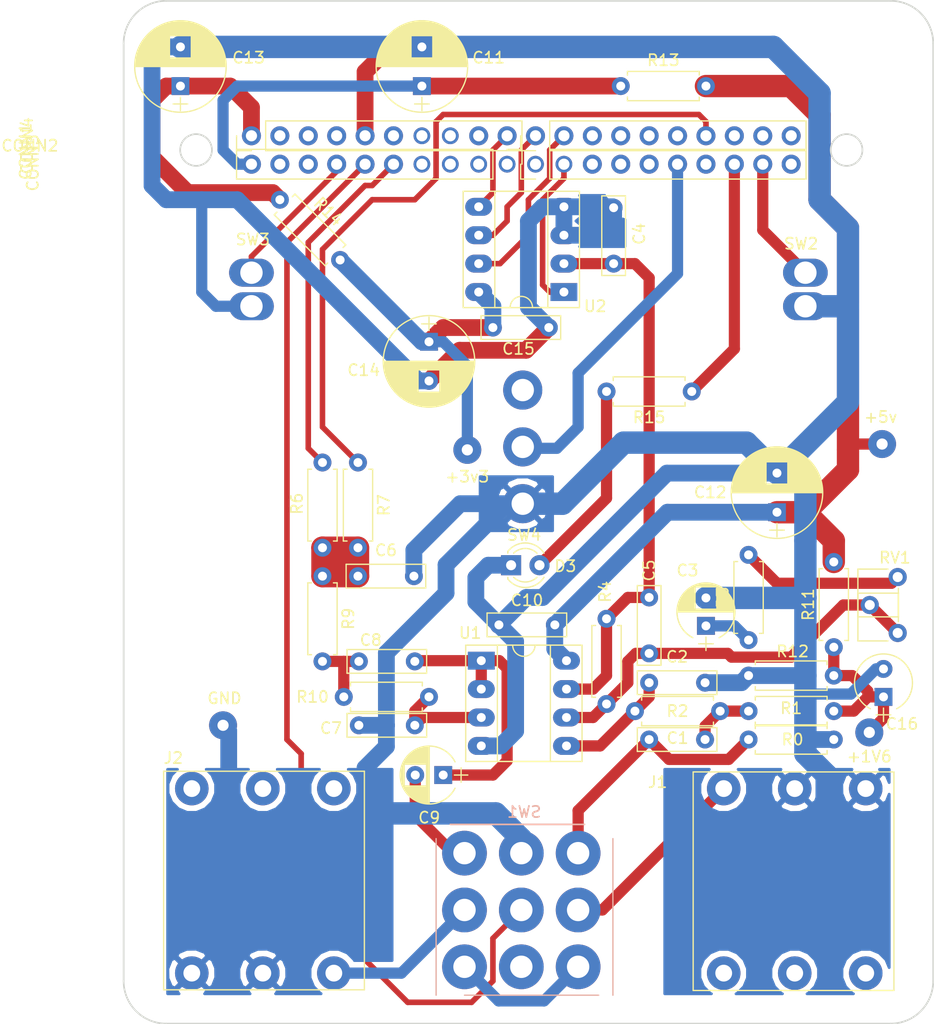
<source format=kicad_pcb>
(kicad_pcb (version 4) (host pcbnew 4.0.5)
  (layers (0 F.Cu signal) (31 B.Cu signal) (34 B.Paste user) (35 F.Paste user) (36 B.SilkS user) (37 F.SilkS user) (38 B.Mask user) (39 F.Mask user) (44 Edge.Cuts user))
  (net 0 "")
  (net 1 "/FX In")
  (net 2 "Net-(C1-Pad2)")
  (net 3 "Net-(C2-Pad1)")
  (net 4 GND)
  (net 5 "Net-(C3-Pad1)")
  (net 6 /ADC0)
  (net 7 "Net-(C5-Pad2)")
  (net 8 "Net-(C6-Pad1)")
  (net 9 "Net-(C7-Pad1)")
  (net 10 "Net-(C8-Pad1)")
  (net 11 "Net-(C8-Pad2)")
  (net 12 +5VA)
  (net 13 +5V)
  (net 14 +3V3)
  (net 15 +3.3VADC)
  (net 16 +1V5)
  (net 17 "Net-(CONN1-Pad1)")
  (net 18 "Net-(CONN1-Pad2)")
  (net 19 "Net-(CONN1-Pad3)")
  (net 20 "Net-(CONN1-Pad4)")
  (net 21 /PWM0)
  (net 22 /GPIO15)
  (net 23 /GPIO14)
  (net 24 "Net-(CONN1-Pad8)")
  (net 25 "Net-(CONN1-Pad9)")
  (net 26 "Net-(CONN2-Pad1)")
  (net 27 /SPI_CS)
  (net 28 "Net-(CONN2-Pad3)")
  (net 29 "Net-(CONN2-Pad4)")
  (net 30 "Net-(CONN2-Pad5)")
  (net 31 /GPIO12)
  (net 32 "Net-(CONN2-Pad7)")
  (net 33 /GPIO16)
  (net 34 /GPIO20)
  (net 35 "Net-(CONN2-Pad10)")
  (net 36 "Net-(CONN3-Pad2)")
  (net 37 "Net-(CONN3-Pad3)")
  (net 38 "Net-(CONN3-Pad4)")
  (net 39 "Net-(CONN3-Pad6)")
  (net 40 "Net-(CONN3-Pad7)")
  (net 41 "Net-(CONN3-Pad8)")
  (net 42 "Net-(CONN3-Pad9)")
  (net 43 /SPI_MOSI)
  (net 44 /SPI_MISO)
  (net 45 /SPI_CLK)
  (net 46 "Net-(CONN4-Pad3)")
  (net 47 "Net-(CONN4-Pad4)")
  (net 48 "Net-(CONN4-Pad5)")
  (net 49 "Net-(CONN4-Pad6)")
  (net 50 /PWM1)
  (net 51 "Net-(CONN4-Pad8)")
  (net 52 "Net-(CONN4-Pad9)")
  (net 53 "Net-(CONN4-Pad10)")
  (net 54 "Net-(D3-Pad2)")
  (net 55 "/Input Jack")
  (net 56 "/Output JAck")
  (net 57 "Net-(R3-Pad2)")
  (net 58 "/FX Out")
  (net 59 /Bypass)
  (net 60 "Net-(SW1-Pad6)")
  (net 61 "Net-(SW4-Pad1)")
  (module Capacitors_THT:C_Rect_L7.0mm_W2.0mm_P5.00mm (layer F.Cu) (at 157.48 119.38)
    (fp_text reference C1 (at 2.54 -0.127) (layer F.SilkS))
    (fp_text value 0.1u)
    (pad 1 thru_hole circle (at 0 0) (size 1.6 1.6) (drill 0.8) (layers *.Cu *.Mask) (net 1 "/FX In"))
    (pad 2 thru_hole circle (at 5 0) (size 1.6 1.6) (drill 0.8) (layers *.Cu *.Mask) (net 2 "Net-(C1-Pad2)"))
  )
  (module Capacitors_THT:C_Rect_L7.0mm_W2.0mm_P5.00mm (layer F.Cu) (at 157.48 114.3)
    (fp_text reference C2 (at 2.5 -2.31) (layer F.SilkS))
    (fp_text value 6n8)
    (pad 1 thru_hole circle (at 0 0) (size 1.6 1.6) (drill 0.8) (layers *.Cu *.Mask) (net 3 "Net-(C2-Pad1)"))
    (pad 2 thru_hole circle (at 5 0) (size 1.6 1.6) (drill 0.8) (layers *.Cu *.Mask) (net 4 GND))
  )
  (module Capacitors_THT:CP_Radial_D5.0mm_P2.50mm (layer F.Cu) (at 162.56 109.22 90)
    (fp_text reference C3 (at 4.953 -1.651 180) (layer F.SilkS))
    (fp_text value 4.7u)
    (pad 1 thru_hole rect (at 0 0 90) (size 1.6 1.6) (drill 0.8) (layers *.Cu *.Mask) (net 5 "Net-(C3-Pad1)"))
    (pad 2 thru_hole circle (at 2.5 0 90) (size 1.6 1.6) (drill 0.8) (layers *.Cu *.Mask) (net 4 GND))
  )
  (module Capacitors_THT:C_Rect_L7.0mm_W2.0mm_P5.00mm (layer F.Cu) (at 154.305 76.835 90)
    (fp_text reference C4 (at 2.667 2.286 90) (layer F.SilkS))
    (fp_text value 6n8)
    (pad 1 thru_hole circle (at 0 0 90) (size 1.6 1.6) (drill 0.8) (layers *.Cu *.Mask) (net 6 /ADC0))
    (pad 2 thru_hole circle (at 5 0 90) (size 1.6 1.6) (drill 0.8) (layers *.Cu *.Mask) (net 4 GND))
  )
  (module Capacitors_THT:C_Rect_L7.0mm_W2.0mm_P5.00mm (layer F.Cu) (at 157.48 106.68 270)
    (fp_text reference C5 (at -2.413 0 270) (layer F.SilkS))
    (fp_text value 270p)
    (pad 1 thru_hole circle (at 0 0 270) (size 1.6 1.6) (drill 0.8) (layers *.Cu *.Mask) (net 6 /ADC0))
    (pad 2 thru_hole circle (at 5 0 270) (size 1.6 1.6) (drill 0.8) (layers *.Cu *.Mask) (net 7 "Net-(C5-Pad2)"))
  )
  (module Capacitors_THT:C_Rect_L7.0mm_W2.0mm_P5.00mm (layer F.Cu) (at 131.445 104.775)
    (fp_text reference C6 (at 2.5 -2.31) (layer F.SilkS))
    (fp_text value 6n8)
    (pad 1 thru_hole circle (at 0 0) (size 1.6 1.6) (drill 0.8) (layers *.Cu *.Mask) (net 8 "Net-(C6-Pad1)"))
    (pad 2 thru_hole circle (at 5 0) (size 1.6 1.6) (drill 0.8) (layers *.Cu *.Mask) (net 4 GND))
  )
  (module Capacitors_THT:C_Rect_L7.0mm_W2.0mm_P5.00mm (layer F.Cu) (at 136.525 118.11 180)
    (fp_text reference C7 (at 7.493 -0.254 180) (layer F.SilkS))
    (fp_text value 6n8)
    (pad 1 thru_hole circle (at 0 0 180) (size 1.6 1.6) (drill 0.8) (layers *.Cu *.Mask) (net 9 "Net-(C7-Pad1)"))
    (pad 2 thru_hole circle (at 5 0 180) (size 1.6 1.6) (drill 0.8) (layers *.Cu *.Mask) (net 4 GND))
  )
  (module Capacitors_THT:C_Rect_L7.0mm_W2.0mm_P5.00mm (layer F.Cu) (at 136.525 112.395 180)
    (fp_text reference C8 (at 3.937 1.905 180) (layer F.SilkS))
    (fp_text value 6n8)
    (pad 1 thru_hole circle (at 0 0 180) (size 1.6 1.6) (drill 0.8) (layers *.Cu *.Mask) (net 10 "Net-(C8-Pad1)"))
    (pad 2 thru_hole circle (at 5 0 180) (size 1.6 1.6) (drill 0.8) (layers *.Cu *.Mask) (net 11 "Net-(C8-Pad2)"))
  )
  (module Capacitors_THT:CP_Radial_D5.0mm_P2.50mm (layer F.Cu) (at 139.065 122.555 180)
    (fp_text reference C9 (at 1.25 -3.81 180) (layer F.SilkS))
    (fp_text value 4.7u)
    (pad 1 thru_hole rect (at 0 0 180) (size 1.6 1.6) (drill 0.8) (layers *.Cu *.Mask) (net 10 "Net-(C8-Pad1)"))
    (pad 2 thru_hole circle (at 2.5 0 180) (size 1.6 1.6) (drill 0.8) (layers *.Cu *.Mask) (net 58 "/FX Out"))
  )
  (module Capacitors_THT:C_Rect_L7.0mm_W2.0mm_P5.00mm (layer F.Cu) (at 149.0472 109.1311 180)
    (fp_text reference C10 (at 2.4892 2.1971 180) (layer F.SilkS))
    (fp_text value 100n)
    (pad 1 thru_hole circle (at 0 0 180) (size 1.6 1.6) (drill 0.8) (layers *.Cu *.Mask) (net 12 +5VA))
    (pad 2 thru_hole circle (at 5 0 180) (size 1.6 1.6) (drill 0.8) (layers *.Cu *.Mask) (net 4 GND))
  )
  (module Capacitors_THT:CP_Radial_D8.0mm_P3.50mm (layer F.Cu) (at 137.16 60.96 90)
    (fp_text reference C11 (at 2.54 5.969 180) (layer F.SilkS))
    (fp_text value 220u)
    (pad 1 thru_hole rect (at 0 0 90) (size 1.6 1.6) (drill 0.8) (layers *.Cu *.Mask) (net 13 +5V))
    (pad 2 thru_hole circle (at 3.5 0 90) (size 1.6 1.6) (drill 0.8) (layers *.Cu *.Mask) (net 4 GND))
  )
  (module Capacitors_THT:CP_Radial_D8.0mm_P3.50mm (layer F.Cu) (at 168.91 99.06 90)
    (fp_text reference C12 (at 1.778 -5.969 180) (layer F.SilkS))
    (fp_text value 220u)
    (pad 1 thru_hole rect (at 0 0 90) (size 1.6 1.6) (drill 0.8) (layers *.Cu *.Mask) (net 12 +5VA))
    (pad 2 thru_hole circle (at 3.5 0 90) (size 1.6 1.6) (drill 0.8) (layers *.Cu *.Mask) (net 4 GND))
  )
  (module Capacitors_THT:CP_Radial_D8.0mm_P3.50mm (layer F.Cu) (at 115.57 60.96 90)
    (fp_text reference C13 (at 2.54 6.096 180) (layer F.SilkS))
    (fp_text value 220u)
    (pad 1 thru_hole rect (at 0 0 90) (size 1.6 1.6) (drill 0.8) (layers *.Cu *.Mask) (net 14 +3V3))
    (pad 2 thru_hole circle (at 3.5 0 90) (size 1.6 1.6) (drill 0.8) (layers *.Cu *.Mask) (net 4 GND))
  )
  (module Capacitors_THT:CP_Radial_D8.0mm_P3.50mm (layer F.Cu) (at 137.795 83.82 270)
    (fp_text reference C14 (at 2.54 5.842 360) (layer F.SilkS))
    (fp_text value 220u)
    (pad 1 thru_hole rect (at 0 0 270) (size 1.6 1.6) (drill 0.8) (layers *.Cu *.Mask) (net 15 +3.3VADC))
    (pad 2 thru_hole circle (at 3.5 0 270) (size 1.6 1.6) (drill 0.8) (layers *.Cu *.Mask) (net 4 GND))
  )
  (module Capacitors_THT:C_Rect_L7.0mm_W2.0mm_P5.00mm (layer F.Cu) (at 143.51 82.55)
    (fp_text reference C15 (at 2.286 1.905) (layer F.SilkS))
    (fp_text value 100n)
    (pad 1 thru_hole circle (at 0 0) (size 1.6 1.6) (drill 0.8) (layers *.Cu *.Mask) (net 15 +3.3VADC))
    (pad 2 thru_hole circle (at 5 0) (size 1.6 1.6) (drill 0.8) (layers *.Cu *.Mask) (net 4 GND))
  )
  (module Capacitors_THT:CP_Radial_Tantal_D5.0mm_P2.50mm (layer F.Cu) (at 178.435 115.57 90)
    (fp_text reference C16 (at -2.413 1.651 360) (layer F.SilkS))
    (fp_text value 4.7u)
    (pad 1 thru_hole rect (at 0 0 90) (size 1.6 1.6) (drill 0.8) (layers *.Cu *.Mask) (net 16 +1V5))
    (pad 2 thru_hole circle (at 2.5 0 90) (size 1.6 1.6) (drill 0.8) (layers *.Cu *.Mask) (net 4 GND))
  )
  (module Pin_Headers:Pin_Header_Straight_1x10_Pitch2.54mm (layer F.Cu) (at 144.78 67.945 270)
    (fp_text reference CONN1 (at -1.143 43.053 270) (layer F.SilkS))
    (fp_text value CONN_10pins)
    (pad 1 thru_hole circle (at 0 0 270) (size 1.5 1.5) (drill 1) (layers *.Cu *.Mask) (net 17 "Net-(CONN1-Pad1)"))
    (pad 2 thru_hole oval (at 0 2.54 270) (size 1.5 1.5) (drill 1) (layers *.Cu *.Mask) (net 18 "Net-(CONN1-Pad2)"))
    (pad 3 thru_hole oval (at 0 5.08 270) (size 1.5 1.5) (drill 1) (layers *.Cu *.Mask) (net 19 "Net-(CONN1-Pad3)"))
    (pad 4 thru_hole oval (at 0 7.62 270) (size 1.5 1.5) (drill 1) (layers *.Cu *.Mask) (net 20 "Net-(CONN1-Pad4)"))
    (pad 5 thru_hole oval (at 0 10.16 270) (size 1.7 1.7) (drill 1) (layers *.Cu *.Mask) (net 21 /PWM0))
    (pad 6 thru_hole oval (at 0 12.7 270) (size 1.7 1.7) (drill 1) (layers *.Cu *.Mask) (net 22 /GPIO15))
    (pad 7 thru_hole oval (at 0 15.24 270) (size 1.7 1.7) (drill 1) (layers *.Cu *.Mask) (net 23 /GPIO14))
    (pad 8 thru_hole oval (at 0 17.78 270) (size 1.7 1.7) (drill 1) (layers *.Cu *.Mask) (net 24 "Net-(CONN1-Pad8)"))
    (pad 9 thru_hole oval (at 0 20.32 270) (size 1.7 1.7) (drill 1) (layers *.Cu *.Mask) (net 25 "Net-(CONN1-Pad9)"))
    (pad 10 thru_hole oval (at 0 22.86 270) (size 1.7 1.7) (drill 1) (layers *.Cu *.Mask) (net 13 +5V))
  )
  (module Pin_Headers:Pin_Header_Straight_1x10_Pitch2.54mm (layer F.Cu) (at 147.32 67.945 90)
    (fp_text reference CONN2 (at 1.651 -45.212 180) (layer F.SilkS))
    (fp_text value CONN_10pins)
    (pad 1 thru_hole circle (at 0 0 90) (size 1.5 1.5) (drill 1) (layers *.Cu *.Mask) (net 26 "Net-(CONN2-Pad1)"))
    (pad 2 thru_hole oval (at 0 2.54 90) (size 1.5 1.5) (drill 1) (layers *.Cu *.Mask) (net 27 /SPI_CS))
    (pad 3 thru_hole oval (at 0 5.08 90) (size 1.7 1.7) (drill 1) (layers *.Cu *.Mask) (net 28 "Net-(CONN2-Pad3)"))
    (pad 4 thru_hole oval (at 0 7.62 90) (size 1.7 1.7) (drill 1) (layers *.Cu *.Mask) (net 29 "Net-(CONN2-Pad4)"))
    (pad 5 thru_hole oval (at 0 10.16 90) (size 1.7 1.7) (drill 1) (layers *.Cu *.Mask) (net 30 "Net-(CONN2-Pad5)"))
    (pad 6 thru_hole oval (at 0 12.7 90) (size 1.7 1.7) (drill 1) (layers *.Cu *.Mask) (net 31 /GPIO12))
    (pad 7 thru_hole oval (at 0 15.24 90) (size 1.7 1.7) (drill 1) (layers *.Cu *.Mask) (net 32 "Net-(CONN2-Pad7)"))
    (pad 8 thru_hole oval (at 0 17.78 90) (size 1.7 1.7) (drill 1) (layers *.Cu *.Mask) (net 33 /GPIO16))
    (pad 9 thru_hole oval (at 0 20.32 90) (size 1.7 1.7) (drill 1) (layers *.Cu *.Mask) (net 34 /GPIO20))
    (pad 10 thru_hole oval (at 0 22.86 90) (size 1.7 1.7) (drill 1) (layers *.Cu *.Mask) (net 35 "Net-(CONN2-Pad10)"))
  )
  (module Pin_Headers:Pin_Header_Straight_1x10_Pitch2.54mm (layer F.Cu) (at 121.92 65.405 90)
    (fp_text reference CONN3 (at -2.413 -19.558 90) (layer F.SilkS))
    (fp_text value CONN_10pins)
    (pad 1 thru_hole circle (at 0 0 90) (size 1.7 1.7) (drill 1) (layers *.Cu *.Mask) (net 14 +3V3))
    (pad 2 thru_hole oval (at 0 2.54 90) (size 1.7 1.7) (drill 1) (layers *.Cu *.Mask) (net 36 "Net-(CONN3-Pad2)"))
    (pad 3 thru_hole oval (at 0 5.08 90) (size 1.7 1.7) (drill 1) (layers *.Cu *.Mask) (net 37 "Net-(CONN3-Pad3)"))
    (pad 4 thru_hole oval (at 0 7.62 90) (size 1.7 1.7) (drill 1) (layers *.Cu *.Mask) (net 38 "Net-(CONN3-Pad4)"))
    (pad 5 thru_hole oval (at 0 10.16 90) (size 1.7 1.7) (drill 1) (layers *.Cu *.Mask) (net 4 GND))
    (pad 6 thru_hole oval (at 0 12.7 90) (size 1.7 1.7) (drill 1) (layers *.Cu *.Mask) (net 39 "Net-(CONN3-Pad6)"))
    (pad 7 thru_hole oval (at 0 15.24 90) (size 1.5 1.5) (drill 1) (layers *.Cu *.Mask) (net 40 "Net-(CONN3-Pad7)"))
    (pad 8 thru_hole oval (at 0 17.78 90) (size 1.5 1.5) (drill 1) (layers *.Cu *.Mask) (net 41 "Net-(CONN3-Pad8)"))
    (pad 9 thru_hole oval (at 0 20.32 90) (size 1.7 1.7) (drill 1) (layers *.Cu *.Mask) (net 42 "Net-(CONN3-Pad9)"))
    (pad 10 thru_hole oval (at 0 22.86 90) (size 1.7 1.7) (drill 1) (layers *.Cu *.Mask) (net 43 /SPI_MOSI))
  )
  (module Pin_Headers:Pin_Header_Straight_1x10_Pitch2.54mm (layer F.Cu) (at 147.32 65.405 90)
    (fp_text reference CONN4 (at -0.889 -45.466 90) (layer F.SilkS))
    (fp_text value CONN_10pins)
    (pad 1 thru_hole circle (at 0 0 90) (size 1.7 1.7) (drill 1) (layers *.Cu *.Mask) (net 44 /SPI_MISO))
    (pad 2 thru_hole oval (at 0 2.54 90) (size 1.7 1.7) (drill 1) (layers *.Cu *.Mask) (net 45 /SPI_CLK))
    (pad 3 thru_hole oval (at 0 5.08 90) (size 1.7 1.7) (drill 1) (layers *.Cu *.Mask) (net 46 "Net-(CONN4-Pad3)"))
    (pad 4 thru_hole oval (at 0 7.62 90) (size 1.7 1.7) (drill 1) (layers *.Cu *.Mask) (net 47 "Net-(CONN4-Pad4)"))
    (pad 5 thru_hole oval (at 0 10.16 90) (size 1.7 1.7) (drill 1) (layers *.Cu *.Mask) (net 48 "Net-(CONN4-Pad5)"))
    (pad 6 thru_hole oval (at 0 12.7 90) (size 1.7 1.7) (drill 1) (layers *.Cu *.Mask) (net 49 "Net-(CONN4-Pad6)"))
    (pad 7 thru_hole oval (at 0 15.24 90) (size 1.7 1.7) (drill 1) (layers *.Cu *.Mask) (net 50 /PWM1))
    (pad 8 thru_hole oval (at 0 17.78 90) (size 1.7 1.7) (drill 1) (layers *.Cu *.Mask) (net 51 "Net-(CONN4-Pad8)"))
    (pad 9 thru_hole oval (at 0 20.32 90) (size 1.7 1.7) (drill 1) (layers *.Cu *.Mask) (net 52 "Net-(CONN4-Pad9)"))
    (pad 10 thru_hole oval (at 0 22.86 90) (size 1.7 1.7) (drill 1) (layers *.Cu *.Mask) (net 53 "Net-(CONN4-Pad10)"))
  )
  (module LEDs:LED_D3.0mm (layer F.Cu) (at 145.1356 103.7971)
    (fp_text reference D3 (at 4.8514 0.0889) (layer F.SilkS))
    (fp_text value LED)
    (pad 1 thru_hole rect (at 0 0) (size 1.8 1.8) (drill 0.9) (layers *.Cu *.Mask) (net 4 GND))
    (pad 2 thru_hole circle (at 2.54 0) (size 1.8 1.8) (drill 0.9) (layers *.Cu *.Mask) (net 54 "Net-(D3-Pad2)"))
  )
  (module pedal-pi-footprints:3PDTswitch (layer B.Cu) (at 146.05 134.62)
    (fp_text reference SW1 (at 0.254 -8.763) (layer B.SilkS) (effects (justify mirror)))
    (fp_text value SWITCH_3PDT)
    (pad 1 thru_hole circle (at -5.08 -5.08) (size 4 4) (drill 2) (layers *.Cu *.Mask) (net 58 "/FX Out"))
    (pad 4 thru_hole circle (at 0 -5.08) (size 4 4) (drill 2) (layers *.Cu *.Mask) (net 4 GND))
    (pad 2 thru_hole circle (at -5.08 0) (size 4 4) (drill 2) (layers *.Cu *.Mask) (net 56 "/Output JAck"))
    (pad 5 thru_hole circle (at 0 0) (size 4 4) (drill 2) (layers *.Cu *.Mask) (net 22 /GPIO15))
    (pad 3 thru_hole circle (at -5.08 5.08) (size 4 4) (drill 2) (layers *.Cu *.Mask) (net 59 /Bypass))
    (pad 6 thru_hole circle (at 0 5.08) (size 4 4) (drill 2) (layers *.Cu *.Mask) (net 60 "Net-(SW1-Pad6)"))
    (pad 9 thru_hole circle (at 5.08 5.08) (size 4 4) (drill 2) (layers *.Cu *.Mask) (net 59 /Bypass))
    (pad 8 thru_hole circle (at 5.08 0) (size 4 4) (drill 2) (layers *.Cu *.Mask) (net 55 "/Input Jack"))
    (pad 7 thru_hole circle (at 5.08 -5.08) (size 4 4) (drill 2) (layers *.Cu *.Mask) (net 1 "/FX In"))
  )
  (module Wire_Pads:SolderWirePad_single_1mmDrill (layer F.Cu) (at 119.38 118.11)
    (fp_text reference GND (at 0.127 -2.413) (layer F.SilkS))
    (fp_text value "GND TP")
    (pad 1 thru_hole circle (at 0 0) (size 2.49936 2.49936) (drill 1.00076) (layers *.Cu *.Mask) (net 4 GND))
  )
  (module Wire_Pads:SolderWirePad_single_1mmDrill (layer F.Cu) (at 177.165 118.745)
    (fp_text reference +1V6 (at 0 2.159) (layer F.SilkS))
    (fp_text value "1V6 TP")
    (pad 1 thru_hole circle (at 0 0) (size 2.49936 2.49936) (drill 1.00076) (layers *.Cu *.Mask) (net 16 +1V5))
  )
  (module Wire_Pads:SolderWirePad_single_1mmDrill (layer F.Cu) (at 178.308 92.964)
    (fp_text reference +5v (at -0.127 -2.413) (layer F.SilkS))
    (fp_text value "5V TP")
    (pad 1 thru_hole circle (at 0 0) (size 2.49936 2.49936) (drill 1.00076) (layers *.Cu *.Mask) (net 12 +5VA))
  )
  (module Wire_Pads:SolderWirePad_single_1mmDrill (layer F.Cu) (at 141.224 93.4847)
    (fp_text reference +3v3 (at 0 2.4003) (layer F.SilkS))
    (fp_text value "3V3 TP")
    (pad 1 thru_hole circle (at 0 0) (size 2.49936 2.49936) (drill 1.00076) (layers *.Cu *.Mask) (net 15 +3.3VADC))
  )
  (module Housings_DIP:DIP-8_W7.62mm_Socket_LongPads (layer F.Cu) (at 142.4686 112.3315)
    (fp_text reference U1 (at -0.9906 -2.4765) (layer F.SilkS))
    (fp_text value MCP6002)
    (pad 1 thru_hole rect (at 0 0) (size 2.4 1.6) (drill 0.8) (layers *.Cu *.Mask) (net 10 "Net-(C8-Pad1)"))
    (pad 5 thru_hole oval (at 7.62 7.62) (size 2.4 1.6) (drill 0.8) (layers *.Cu *.Mask) (net 3 "Net-(C2-Pad1)"))
    (pad 2 thru_hole oval (at 0 2.54) (size 2.4 1.6) (drill 0.8) (layers *.Cu *.Mask) (net 10 "Net-(C8-Pad1)"))
    (pad 6 thru_hole oval (at 7.62 5.08) (size 2.4 1.6) (drill 0.8) (layers *.Cu *.Mask) (net 7 "Net-(C5-Pad2)"))
    (pad 3 thru_hole oval (at 0 5.08) (size 2.4 1.6) (drill 0.8) (layers *.Cu *.Mask) (net 9 "Net-(C7-Pad1)"))
    (pad 7 thru_hole oval (at 7.62 2.54) (size 2.4 1.6) (drill 0.8) (layers *.Cu *.Mask) (net 6 /ADC0))
    (pad 4 thru_hole oval (at 0 7.62) (size 2.4 1.6) (drill 0.8) (layers *.Cu *.Mask) (net 4 GND))
    (pad 8 thru_hole oval (at 7.62 0) (size 2.4 1.6) (drill 0.8) (layers *.Cu *.Mask) (net 12 +5VA))
  )
  (module Housings_DIP:DIP-8_W7.62mm_Socket_LongPads (layer F.Cu) (at 149.86 79.375 180)
    (fp_text reference U2 (at -2.794 -1.27 180) (layer F.SilkS))
    (fp_text value MCP3002)
    (pad 1 thru_hole rect (at 0 0 180) (size 2.4 1.6) (drill 0.8) (layers *.Cu *.Mask) (net 27 /SPI_CS))
    (pad 5 thru_hole oval (at 7.62 7.62 180) (size 2.4 1.6) (drill 0.8) (layers *.Cu *.Mask) (net 43 /SPI_MOSI))
    (pad 2 thru_hole oval (at 0 2.54 180) (size 2.4 1.6) (drill 0.8) (layers *.Cu *.Mask) (net 6 /ADC0))
    (pad 6 thru_hole oval (at 7.62 5.08 180) (size 2.4 1.6) (drill 0.8) (layers *.Cu *.Mask) (net 44 /SPI_MISO))
    (pad 3 thru_hole oval (at 0 5.08 180) (size 2.4 1.6) (drill 0.8) (layers *.Cu *.Mask) (net 4 GND))
    (pad 7 thru_hole oval (at 7.62 2.54 180) (size 2.4 1.6) (drill 0.8) (layers *.Cu *.Mask) (net 45 /SPI_CLK))
    (pad 4 thru_hole oval (at 0 7.62 180) (size 2.4 1.6) (drill 0.8) (layers *.Cu *.Mask) (net 4 GND))
    (pad 8 thru_hole oval (at 7.62 0 180) (size 2.4 1.6) (drill 0.8) (layers *.Cu *.Mask) (net 15 +3.3VADC))
  )
  (module pedal-pi-footprints:StereoJack-NYS216_2 (layer F.Cu) (at 160.147 132.0165 270)
    (fp_text reference J1 (at -8.8265 1.905 360) (layer F.SilkS))
    (fp_text value Guitar_IN)
    (pad 2 thru_hole circle (at -8.25 -10.35 270) (size 3 3) (drill 1.5) (layers *.Cu *.Mask) (net 4 GND))
    (pad 4 thru_hole circle (at 8.25 -4 270) (size 3 3) (drill 1.5) (layers *.Cu *.Mask))
    (pad 3 thru_hole circle (at -8.25 -16.7 270) (size 3 3) (drill 1.5) (layers *.Cu *.Mask) (net 4 GND))
    (pad 1 thru_hole circle (at -8.25 -4 270) (size 3 3) (drill 1.5) (layers *.Cu *.Mask) (net 55 "/Input Jack"))
    (pad 6 thru_hole circle (at 8.25 -16.7 270) (size 3 3) (drill 1.5) (layers *.Cu *.Mask))
    (pad 5 thru_hole circle (at 8.25 -10.35 270) (size 3 3) (drill 1.5) (layers *.Cu *.Mask))
  )
  (module pedal-pi-footprints:StereoJack-NYS216_2 (layer F.Cu) (at 133.2865 132.0165 90)
    (fp_text reference J2 (at 10.9855 -18.3515 180) (layer F.SilkS))
    (fp_text value OUTPUT)
    (pad 2 thru_hole circle (at -8.25 -10.35 90) (size 3 3) (drill 1.5) (layers *.Cu *.Mask) (net 4 GND))
    (pad 4 thru_hole circle (at 8.25 -4 90) (size 3 3) (drill 1.5) (layers *.Cu *.Mask))
    (pad 3 thru_hole circle (at -8.25 -16.7 90) (size 3 3) (drill 1.5) (layers *.Cu *.Mask) (net 4 GND))
    (pad 1 thru_hole circle (at -8.25 -4 90) (size 3 3) (drill 1.5) (layers *.Cu *.Mask) (net 56 "/Output JAck"))
    (pad 6 thru_hole circle (at 8.25 -16.7 90) (size 3 3) (drill 1.5) (layers *.Cu *.Mask))
    (pad 5 thru_hole circle (at 8.25 -10.35 90) (size 3 3) (drill 1.5) (layers *.Cu *.Mask))
  )
  (module Resistors_THT:R_Axial_DIN0207_L6.3mm_D2.5mm_P7.62mm_Horizontal (layer F.Cu) (at 166.37 119.38)
    (fp_text reference R0 (at 3.937 0) (layer F.SilkS))
    (fp_text value 1M)
    (pad 1 thru_hole circle (at 0 0) (size 1.6 1.6) (drill 0.8) (layers *.Cu *.Mask) (net 1 "/FX In"))
    (pad 2 thru_hole oval (at 7.62 0) (size 1.6 1.6) (drill 0.8) (layers *.Cu *.Mask) (net 4 GND))
  )
  (module Resistors_THT:R_Axial_DIN0207_L6.3mm_D2.5mm_P7.62mm_Horizontal (layer F.Cu) (at 166.37 116.84)
    (fp_text reference R1 (at 3.81 -0.254) (layer F.SilkS))
    (fp_text value 1M)
    (pad 1 thru_hole circle (at 0 0) (size 1.6 1.6) (drill 0.8) (layers *.Cu *.Mask) (net 2 "Net-(C1-Pad2)"))
    (pad 2 thru_hole oval (at 7.62 0) (size 1.6 1.6) (drill 0.8) (layers *.Cu *.Mask) (net 16 +1V5))
  )
  (module Resistors_THT:R_Axial_DIN0207_L6.3mm_D2.5mm_P7.62mm_Horizontal (layer F.Cu) (at 163.83 116.84 180)
    (fp_text reference R2 (at 3.81 0 180) (layer F.SilkS))
    (fp_text value 4K7)
    (pad 1 thru_hole circle (at 0 0 180) (size 1.6 1.6) (drill 0.8) (layers *.Cu *.Mask) (net 2 "Net-(C1-Pad2)"))
    (pad 2 thru_hole oval (at 7.62 0 180) (size 1.6 1.6) (drill 0.8) (layers *.Cu *.Mask) (net 3 "Net-(C2-Pad1)"))
  )
  (module Resistors_THT:R_Axial_DIN0207_L6.3mm_D2.5mm_P7.62mm_Horizontal (layer F.Cu) (at 166.37 110.49 90)
    (fp_text reference R3 (at 3.81 -2.31 90) (layer F.SilkS))
    (fp_text value 4.7K)
    (pad 1 thru_hole circle (at 0 0 90) (size 1.6 1.6) (drill 0.8) (layers *.Cu *.Mask) (net 5 "Net-(C3-Pad1)"))
    (pad 2 thru_hole oval (at 7.62 0 90) (size 1.6 1.6) (drill 0.8) (layers *.Cu *.Mask) (net 57 "Net-(R3-Pad2)"))
  )
  (module Resistors_THT:R_Axial_DIN0207_L6.3mm_D2.5mm_P7.62mm_Horizontal (layer F.Cu) (at 153.67 116.205 90)
    (fp_text reference R4 (at 10.033 -0.127 90) (layer F.SilkS))
    (fp_text value 100K)
    (pad 1 thru_hole circle (at 0 0 90) (size 1.6 1.6) (drill 0.8) (layers *.Cu *.Mask) (net 7 "Net-(C5-Pad2)"))
    (pad 2 thru_hole oval (at 7.62 0 90) (size 1.6 1.6) (drill 0.8) (layers *.Cu *.Mask) (net 6 /ADC0))
  )
  (module Resistors_THT:R_Axial_DIN0207_L6.3mm_D2.5mm_P7.62mm_Horizontal (layer F.Cu) (at 128.27 94.615 270)
    (fp_text reference R6 (at 3.683 2.286 270) (layer F.SilkS))
    (fp_text value 4K7)
    (pad 1 thru_hole circle (at 0 0 270) (size 1.6 1.6) (drill 0.8) (layers *.Cu *.Mask) (net 21 /PWM0))
    (pad 2 thru_hole oval (at 7.62 0 270) (size 1.6 1.6) (drill 0.8) (layers *.Cu *.Mask) (net 8 "Net-(C6-Pad1)"))
  )
  (module Resistors_THT:R_Axial_DIN0207_L6.3mm_D2.5mm_P7.62mm_Horizontal (layer F.Cu) (at 131.445 94.615 270)
    (fp_text reference R7 (at 3.81 -2.31 270) (layer F.SilkS))
    (fp_text value 300K)
    (pad 1 thru_hole circle (at 0 0 270) (size 1.6 1.6) (drill 0.8) (layers *.Cu *.Mask) (net 50 /PWM1))
    (pad 2 thru_hole oval (at 7.62 0 270) (size 1.6 1.6) (drill 0.8) (layers *.Cu *.Mask) (net 8 "Net-(C6-Pad1)"))
  )
  (module Resistors_THT:R_Axial_DIN0207_L6.3mm_D2.5mm_P7.62mm_Horizontal (layer F.Cu) (at 128.27 104.775 270)
    (fp_text reference R9 (at 3.81 -2.31 270) (layer F.SilkS))
    (fp_text value 4K7)
    (pad 1 thru_hole circle (at 0 0 270) (size 1.6 1.6) (drill 0.8) (layers *.Cu *.Mask) (net 8 "Net-(C6-Pad1)"))
    (pad 2 thru_hole oval (at 7.62 0 270) (size 1.6 1.6) (drill 0.8) (layers *.Cu *.Mask) (net 11 "Net-(C8-Pad2)"))
  )
  (module Resistors_THT:R_Axial_DIN0207_L6.3mm_D2.5mm_P7.62mm_Horizontal (layer F.Cu) (at 130.175 115.57)
    (fp_text reference R10 (at -2.794 0) (layer F.SilkS))
    (fp_text value 4K7)
    (pad 1 thru_hole circle (at 0 0) (size 1.6 1.6) (drill 0.8) (layers *.Cu *.Mask) (net 11 "Net-(C8-Pad2)"))
    (pad 2 thru_hole oval (at 7.62 0) (size 1.6 1.6) (drill 0.8) (layers *.Cu *.Mask) (net 9 "Net-(C7-Pad1)"))
  )
  (module Resistors_THT:R_Axial_DIN0207_L6.3mm_D2.5mm_P7.62mm_Horizontal (layer F.Cu) (at 173.99 103.505 270)
    (fp_text reference R11 (at 3.81 2.286 270) (layer F.SilkS))
    (fp_text value 100K)
    (pad 1 thru_hole circle (at 0 0 270) (size 1.6 1.6) (drill 0.8) (layers *.Cu *.Mask) (net 12 +5VA))
    (pad 2 thru_hole oval (at 7.62 0 270) (size 1.6 1.6) (drill 0.8) (layers *.Cu *.Mask) (net 16 +1V5))
  )
  (module Resistors_THT:R_Axial_DIN0207_L6.3mm_D2.5mm_P7.62mm_Horizontal (layer F.Cu) (at 173.99 113.665 180)
    (fp_text reference R12 (at 3.683 2.159 180) (layer F.SilkS))
    (fp_text value 50K)
    (pad 1 thru_hole circle (at 0 0 180) (size 1.6 1.6) (drill 0.8) (layers *.Cu *.Mask) (net 16 +1V5))
    (pad 2 thru_hole oval (at 7.62 0 180) (size 1.6 1.6) (drill 0.8) (layers *.Cu *.Mask) (net 4 GND))
  )
  (module Resistors_THT:R_Axial_DIN0207_L6.3mm_D2.5mm_P7.62mm_Horizontal (layer F.Cu) (at 154.94 60.96)
    (fp_text reference R13 (at 3.81 -2.31) (layer F.SilkS))
    (fp_text value 4K7)
    (pad 1 thru_hole circle (at 0 0) (size 1.6 1.6) (drill 0.8) (layers *.Cu *.Mask) (net 13 +5V))
    (pad 2 thru_hole oval (at 7.62 0) (size 1.6 1.6) (drill 0.8) (layers *.Cu *.Mask) (net 12 +5VA))
  )
  (module Resistors_THT:R_Axial_DIN0207_L6.3mm_D2.5mm_P7.62mm_Horizontal (layer F.Cu) (at 124.46 71.12 315)
    (fp_text reference R14 (at 3.81 -2.31 315) (layer F.SilkS))
    (fp_text value 4K7)
    (pad 1 thru_hole circle (at 0 0 315) (size 1.6 1.6) (drill 0.8) (layers *.Cu *.Mask) (net 14 +3V3))
    (pad 2 thru_hole oval (at 7.62 0 315) (size 1.6 1.6) (drill 0.8) (layers *.Cu *.Mask) (net 15 +3.3VADC))
  )
  (module Resistors_THT:R_Axial_DIN0207_L6.3mm_D2.5mm_P7.62mm_Horizontal (layer F.Cu) (at 161.29 88.265 180)
    (fp_text reference R15 (at 3.81 -2.31 180) (layer F.SilkS))
    (fp_text value 4.7K)
    (pad 1 thru_hole circle (at 0 0 180) (size 1.6 1.6) (drill 0.8) (layers *.Cu *.Mask) (net 33 /GPIO16))
    (pad 2 thru_hole oval (at 7.62 0 180) (size 1.6 1.6) (drill 0.8) (layers *.Cu *.Mask) (net 54 "Net-(D3-Pad2)"))
  )
  (module pedal-pi-footprints:Switch2 (layer F.Cu) (at 171.45 80.645)
    (fp_text reference SW2 (at -0.381 -5.588 180) (layer F.SilkS))
    (fp_text value SW_PUSH)
    (pad 2 thru_hole oval (at 0 0) (size 4 2.5) (drill 2) (layers *.Cu *.Mask) (net 4 GND))
    (pad 1 thru_hole oval (at 0 -3) (size 4 2.5) (drill 2) (layers *.Cu *.Mask) (net 34 /GPIO20))
  )
  (module pedal-pi-footprints:Switch2 (layer F.Cu) (at 121.92 80.645)
    (fp_text reference SW3 (at 0.127 -5.969 180) (layer F.SilkS))
    (fp_text value SW_PUSH)
    (pad 2 thru_hole oval (at 0 0) (size 4 2.5) (drill 2) (layers *.Cu *.Mask) (net 4 GND))
    (pad 1 thru_hole oval (at 0 -3) (size 4 2.5) (drill 2) (layers *.Cu *.Mask) (net 23 /GPIO14))
  )
  (module pedal-pi-footprints:Switch (layer F.Cu) (at 146.177 93.218)
    (fp_text reference SW4 (at 0.127 7.874 180) (layer F.SilkS))
    (fp_text value SWITCH_INV)
    (pad 3 thru_hole circle (at 0 5.08) (size 3.5 3.5) (drill 2) (layers *.Cu *.Mask) (net 4 GND))
    (pad 2 thru_hole circle (at 0 0) (size 3.5 3.5) (drill 2) (layers *.Cu *.Mask) (net 31 /GPIO12))
    (pad 1 thru_hole circle (at 0 -5.08) (size 3.5 3.5) (drill 2) (layers *.Cu *.Mask) (net 61 "Net-(SW4-Pad1)"))
  )
  (module Potentiometers:Potentiometer_Trimmer_ACP_CA6h_Vertical (layer F.Cu) (at 179.705 109.855 180)
    (fp_text reference RV1 (at 0.254 6.731 180) (layer F.SilkS))
    (fp_text value 500K)
    (pad 3 thru_hole circle (at 0 5 180) (size 1.62 1.62) (drill 0.9) (layers *.Cu *.Mask) (net 57 "Net-(R3-Pad2)"))
    (pad 2 thru_hole circle (at 2.5 2.5 180) (size 1.62 1.62) (drill 0.9) (layers *.Cu *.Mask) (net 7 "Net-(C5-Pad2)"))
    (pad 1 thru_hole circle (at 0 0 180) (size 1.62 1.62) (drill 0.9) (layers *.Cu *.Mask) (net 7 "Net-(C5-Pad2)"))
  )
  (gr_line (start 110.49 57.15) (end 110.49 140.97) (angle 90) (layer Edge.Cuts) (width 0.15))
  (gr_arc (start 114.3 57.15) (end 110.49 57.15) (angle 90) (layer Edge.Cuts) (width 0.15))
  (gr_line (start 179.07 53.34) (end 114.3 53.34) (angle 90) (layer Edge.Cuts) (width 0.15))
  (gr_arc (start 114.3 140.97) (end 114.3 144.78) (angle 90) (layer Edge.Cuts) (width 0.15))
  (gr_line (start 179.07 144.78) (end 114.3 144.78) (angle 90) (layer Edge.Cuts) (width 0.15))
  (gr_arc (start 179.07 140.97) (end 182.88 140.97) (angle 90) (layer Edge.Cuts) (width 0.15))
  (gr_line (start 182.88 57.15) (end 182.88 140.97) (angle 90) (layer Edge.Cuts) (width 0.15))
  (gr_arc (start 179.07 57.15) (end 179.07 53.34) (angle 90) (layer Edge.Cuts) (width 0.15))
  (gr_circle (center 175.133 66.675) (end 176.403 67.31) (layer Edge.Cuts) (width 0.15))
  (gr_circle (center 116.967 66.675) (end 118.237 67.31) (layer Edge.Cuts) (width 0.15))
  (segment (start 157.48 119.38) (end 151.13 125.73) (width 1) (layer F.Cu) (net 1))
  (segment (start 151.13 125.73) (end 151.13 129.54) (width 1) (layer F.Cu) (net 1))
  (segment (start 166.37 119.38) (end 164.592 121.158) (width 1) (layer F.Cu) (net 1))
  (segment (start 159.258 121.158) (end 157.48 119.38) (width 1) (layer F.Cu) (net 1))
  (segment (start 164.592 121.158) (end 159.258 121.158) (width 1) (layer F.Cu) (net 1))
  (segment (start 163.83 116.84) (end 162.48 118.19) (width 1) (layer F.Cu) (net 2))
  (segment (start 162.48 118.19) (end 162.48 119.38) (width 1) (layer F.Cu) (net 2))
  (segment (start 166.37 116.84) (end 163.83 116.84) (width 1) (layer F.Cu) (net 2))
  (segment (start 156.21 116.84) (end 157.48 115.57) (width 1) (layer F.Cu) (net 3))
  (segment (start 157.48 115.57) (end 157.48 114.3) (width 1) (layer F.Cu) (net 3))
  (segment (start 150.0886 119.9515) (end 153.0985 119.9515) (width 1) (layer F.Cu) (net 3))
  (segment (start 153.0985 119.9515) (end 156.21 116.84) (width 1) (layer F.Cu) (net 3))
  (segment (start 119.38 118.11) (end 119.888 118.618) (width 1.5) (layer B.Cu) (net 4))
  (segment (start 119.888 118.618) (end 119.888 125.73) (width 1.5) (layer B.Cu) (net 4))
  (segment (start 148.51 82.55) (end 146.478 84.582) (width 1.5) (layer F.Cu) (net 4))
  (segment (start 140.533 84.582) (end 137.795 87.32) (width 1.5) (layer F.Cu) (net 4))
  (segment (start 146.478 84.582) (end 140.533 84.582) (width 1.5) (layer F.Cu) (net 4))
  (segment (start 136.445 104.775) (end 136.445 102.442) (width 1.5) (layer B.Cu) (net 4))
  (segment (start 140.589 98.298) (end 143.002 98.298) (width 1.5) (layer B.Cu) (net 4))
  (segment (start 143.002 98.298) (end 146.177 98.298) (width 1.5) (layer B.Cu) (net 4))
  (segment (start 136.445 102.442) (end 140.589 98.298) (width 1.5) (layer B.Cu) (net 4))
  (segment (start 133.985 118.11) (end 133.985 111.633) (width 1.5) (layer B.Cu) (net 4))
  (segment (start 133.985 111.633) (end 139.319 106.299) (width 1.5) (layer B.Cu) (net 4))
  (segment (start 139.319 106.299) (end 139.319 103.759) (width 1.5) (layer B.Cu) (net 4))
  (segment (start 139.319 103.759) (end 143.51 99.568) (width 1.5) (layer B.Cu) (net 4))
  (segment (start 143.51 99.568) (end 144.78 98.298) (width 1.5) (layer B.Cu) (net 4))
  (segment (start 144.78 98.298) (end 146.177 98.298) (width 1.5) (layer B.Cu) (net 4))
  (segment (start 168.91 95.56) (end 166.187 92.837) (width 2) (layer B.Cu) (net 4))
  (segment (start 149.733 98.298) (end 146.177 98.298) (width 2) (layer B.Cu) (net 4))
  (segment (start 155.194 92.837) (end 149.733 98.298) (width 2) (layer B.Cu) (net 4))
  (segment (start 166.187 92.837) (end 155.194 92.837) (width 2) (layer B.Cu) (net 4))
  (segment (start 131.525 118.11) (end 133.985 118.11) (width 1.5) (layer B.Cu) (net 4))
  (segment (start 133.985 118.11) (end 133.35 118.11) (width 1.5) (layer B.Cu) (net 4))
  (segment (start 133.35 118.11) (end 133.985 118.11) (width 1.5) (layer B.Cu) (net 4))
  (segment (start 146.05 129.54) (end 146.05 128.27) (width 2) (layer B.Cu) (net 4))
  (segment (start 146.05 128.27) (end 143.764 125.984) (width 2) (layer B.Cu) (net 4))
  (segment (start 143.764 125.984) (end 132.334 125.984) (width 2) (layer B.Cu) (net 4))
  (segment (start 132.334 125.984) (end 132.08 125.73) (width 2) (layer B.Cu) (net 4))
  (segment (start 178.435 113.07) (end 177.76 113.07) (width 1) (layer B.Cu) (net 4))
  (segment (start 177.76 113.07) (end 175.514 115.316) (width 1) (layer B.Cu) (net 4))
  (segment (start 175.514 115.316) (end 171.45 115.316) (width 1) (layer B.Cu) (net 4))
  (segment (start 171.45 115.316) (end 171.704 115.316) (width 1) (layer B.Cu) (net 4))
  (segment (start 171.704 115.316) (end 171.45 115.316) (width 1) (layer B.Cu) (net 4))
  (segment (start 162.56 106.72) (end 171.45 106.72) (width 2) (layer B.Cu) (net 4))
  (segment (start 171.45 106.72) (end 171.45 106.68) (width 2) (layer B.Cu) (net 4))
  (segment (start 144.0472 109.1311) (end 145.542 110.6259) (width 1.5) (layer B.Cu) (net 4))
  (segment (start 144.2085 119.9515) (end 142.4686 119.9515) (width 1.5) (layer B.Cu) (net 4))
  (segment (start 145.542 118.618) (end 144.2085 119.9515) (width 1.5) (layer B.Cu) (net 4))
  (segment (start 145.542 110.6259) (end 145.542 118.618) (width 1.5) (layer B.Cu) (net 4))
  (segment (start 145.1356 103.7971) (end 143.0909 103.7971) (width 1.5) (layer B.Cu) (net 4))
  (segment (start 141.986 107.0699) (end 144.0472 109.1311) (width 1.5) (layer B.Cu) (net 4))
  (segment (start 141.986 104.902) (end 141.986 107.0699) (width 1.5) (layer B.Cu) (net 4))
  (segment (start 143.0909 103.7971) (end 141.986 104.902) (width 1.5) (layer B.Cu) (net 4))
  (segment (start 149.86 74.295) (end 154.305 74.295) (width 1.5) (layer B.Cu) (net 4))
  (segment (start 154.305 74.295) (end 154.305 71.835) (width 1.5) (layer B.Cu) (net 4))
  (segment (start 149.86 71.755) (end 154.225 71.755) (width 1.5) (layer B.Cu) (net 4))
  (segment (start 154.225 71.755) (end 154.305 71.835) (width 1.5) (layer B.Cu) (net 4))
  (segment (start 149.86 74.295) (end 149.86 71.755) (width 1.5) (layer B.Cu) (net 4))
  (segment (start 149.86 71.755) (end 147.955 71.755) (width 1.5) (layer B.Cu) (net 4))
  (segment (start 146.685 80.725) (end 148.51 82.55) (width 1.5) (layer B.Cu) (net 4))
  (segment (start 146.685 73.025) (end 146.685 80.725) (width 1.5) (layer B.Cu) (net 4))
  (segment (start 147.955 71.755) (end 146.685 73.025) (width 1.5) (layer B.Cu) (net 4))
  (segment (start 132.08 125.73) (end 130.81 127) (width 1.5) (layer B.Cu) (net 4))
  (segment (start 132.08 121.92) (end 132.08 125.73) (width 1.5) (layer B.Cu) (net 4))
  (segment (start 133.985 120.015) (end 132.08 121.92) (width 1.5) (layer B.Cu) (net 4))
  (segment (start 133.985 118.11) (end 133.985 120.015) (width 1.5) (layer B.Cu) (net 4))
  (segment (start 168.91 95.56) (end 159.075 95.56) (width 1.5) (layer B.Cu) (net 4))
  (segment (start 146.4983 106.68) (end 144.0472 109.1311) (width 1.5) (layer B.Cu) (net 4))
  (segment (start 147.955 106.68) (end 146.4983 106.68) (width 1.5) (layer B.Cu) (net 4))
  (segment (start 159.075 95.56) (end 147.955 106.68) (width 1.5) (layer B.Cu) (net 4))
  (segment (start 166.37 113.665) (end 171.45 113.665) (width 1.5) (layer B.Cu) (net 4))
  (segment (start 162.48 114.3) (end 165.735 114.3) (width 1.5) (layer B.Cu) (net 4))
  (segment (start 165.735 114.3) (end 166.37 113.665) (width 1.5) (layer B.Cu) (net 4))
  (segment (start 173.99 119.38) (end 171.45 119.38) (width 1.5) (layer B.Cu) (net 4))
  (segment (start 171.45 119.38) (end 172.085 119.38) (width 1.5) (layer B.Cu) (net 4))
  (segment (start 172.085 119.38) (end 171.45 119.38) (width 1.5) (layer B.Cu) (net 4))
  (segment (start 171.45 101.6) (end 171.45 106.68) (width 2) (layer B.Cu) (net 4))
  (segment (start 171.45 106.68) (end 171.45 113.665) (width 2) (layer B.Cu) (net 4))
  (segment (start 170.49 95.56) (end 171.45 96.52) (width 2) (layer B.Cu) (net 4))
  (segment (start 171.45 96.52) (end 171.45 101.6) (width 2) (layer B.Cu) (net 4))
  (segment (start 168.91 95.56) (end 170.49 95.56) (width 2) (layer B.Cu) (net 4))
  (segment (start 171.45 113.665) (end 171.45 115.316) (width 2) (layer B.Cu) (net 4))
  (segment (start 171.45 115.316) (end 171.45 119.38) (width 2) (layer B.Cu) (net 4))
  (segment (start 171.45 119.38) (end 171.45 120.65) (width 2) (layer B.Cu) (net 4))
  (segment (start 173.355 122.555) (end 173.355 125.095) (width 2) (layer B.Cu) (net 4))
  (segment (start 171.45 120.65) (end 173.355 122.555) (width 2) (layer B.Cu) (net 4))
  (segment (start 171.45 80.645) (end 175.26 80.645) (width 2) (layer B.Cu) (net 4))
  (segment (start 137.16 57.46) (end 168.585 57.46) (width 2) (layer B.Cu) (net 4))
  (segment (start 175.26 89.21) (end 168.91 95.56) (width 2) (layer B.Cu) (net 4))
  (segment (start 175.26 73.66) (end 175.26 80.645) (width 2) (layer B.Cu) (net 4))
  (segment (start 175.26 80.645) (end 175.26 89.21) (width 2) (layer B.Cu) (net 4))
  (segment (start 172.72 71.12) (end 175.26 73.66) (width 2) (layer B.Cu) (net 4))
  (segment (start 172.72 61.595) (end 172.72 71.12) (width 2) (layer B.Cu) (net 4))
  (segment (start 168.585 57.46) (end 172.72 61.595) (width 2) (layer B.Cu) (net 4))
  (segment (start 115.57 57.46) (end 137.16 57.46) (width 2) (layer B.Cu) (net 4))
  (segment (start 121.92 80.645) (end 118.745 80.645) (width 1) (layer B.Cu) (net 4))
  (segment (start 117.475 79.375) (end 117.475 71.12) (width 1) (layer B.Cu) (net 4))
  (segment (start 118.745 80.645) (end 117.475 79.375) (width 1) (layer B.Cu) (net 4))
  (segment (start 115.57 57.46) (end 113.99 57.46) (width 1.5) (layer B.Cu) (net 4))
  (segment (start 136.85 87.32) (end 137.795 87.32) (width 1.5) (layer B.Cu) (net 4))
  (segment (start 117.475 71.12) (end 120.65 71.12) (width 1.5) (layer B.Cu) (net 4))
  (segment (start 120.65 71.12) (end 136.85 87.32) (width 1.5) (layer B.Cu) (net 4))
  (segment (start 114.3 71.12) (end 117.475 71.12) (width 1.5) (layer B.Cu) (net 4))
  (segment (start 113.03 69.85) (end 114.3 71.12) (width 1.5) (layer B.Cu) (net 4))
  (segment (start 113.03 58.42) (end 113.03 69.85) (width 1.5) (layer B.Cu) (net 4))
  (segment (start 113.99 57.46) (end 113.03 58.42) (width 1.5) (layer B.Cu) (net 4))
  (segment (start 132.08 65.405) (end 132.08 59.69) (width 1.5) (layer F.Cu) (net 4))
  (segment (start 132.08 59.69) (end 134.31 57.46) (width 1.5) (layer F.Cu) (net 4))
  (segment (start 134.31 57.46) (end 137.16 57.46) (width 1.5) (layer F.Cu) (net 4))
  (segment (start 162.56 109.22) (end 165.1 109.22) (width 1) (layer B.Cu) (net 5))
  (segment (start 165.1 109.22) (end 166.37 110.49) (width 1) (layer B.Cu) (net 5))
  (segment (start 153.67 108.585) (end 155.575 106.68) (width 1) (layer F.Cu) (net 6))
  (segment (start 155.575 106.68) (end 157.48 106.68) (width 1) (layer F.Cu) (net 6))
  (segment (start 150.0886 114.8715) (end 152.4635 114.8715) (width 1) (layer F.Cu) (net 6))
  (segment (start 153.67 113.665) (end 153.67 108.585) (width 1) (layer F.Cu) (net 6))
  (segment (start 152.4635 114.8715) (end 153.67 113.665) (width 1) (layer F.Cu) (net 6))
  (segment (start 149.86 76.835) (end 154.305 76.835) (width 1) (layer F.Cu) (net 6))
  (segment (start 154.305 76.835) (end 156.21 76.835) (width 1) (layer F.Cu) (net 6))
  (segment (start 157.48 78.105) (end 157.48 106.68) (width 1) (layer F.Cu) (net 6))
  (segment (start 156.21 76.835) (end 157.48 78.105) (width 1) (layer F.Cu) (net 6))
  (segment (start 179.705 109.855) (end 177.205 107.355) (width 1) (layer F.Cu) (net 7))
  (segment (start 177.205 107.355) (end 174.839 107.355) (width 1) (layer F.Cu) (net 7))
  (segment (start 164.512 111.68) (end 164.846 112.014) (width 1) (layer F.Cu) (net 7))
  (segment (start 164.846 112.014) (end 170.18 112.014) (width 1) (layer F.Cu) (net 7))
  (segment (start 170.18 112.014) (end 172.974 109.22) (width 1) (layer F.Cu) (net 7))
  (segment (start 164.512 111.68) (end 157.48 111.68) (width 1) (layer F.Cu) (net 7))
  (segment (start 174.839 107.355) (end 172.974 109.22) (width 1) (layer F.Cu) (net 7))
  (segment (start 157.48 111.68) (end 156.29 111.68) (width 1) (layer F.Cu) (net 7))
  (segment (start 155.575 114.3) (end 153.67 116.205) (width 1) (layer F.Cu) (net 7))
  (segment (start 155.575 112.395) (end 155.575 114.3) (width 1) (layer F.Cu) (net 7))
  (segment (start 156.29 111.68) (end 155.575 112.395) (width 1) (layer F.Cu) (net 7))
  (segment (start 150.0886 117.4115) (end 152.4635 117.4115) (width 1) (layer F.Cu) (net 7))
  (segment (start 152.4635 117.4115) (end 153.67 116.205) (width 1) (layer F.Cu) (net 7))
  (segment (start 128.27 102.235) (end 128.27 104.775) (width 2) (layer F.Cu) (net 8))
  (segment (start 128.27 104.775) (end 131.445 104.775) (width 2) (layer F.Cu) (net 8))
  (segment (start 131.445 104.775) (end 131.445 102.235) (width 2) (layer F.Cu) (net 8))
  (segment (start 131.445 102.235) (end 128.27 102.235) (width 2) (layer F.Cu) (net 8))
  (segment (start 128.27 102.235) (end 130.81 104.775) (width 2) (layer F.Cu) (net 8))
  (segment (start 130.81 104.775) (end 131.445 104.775) (width 2) (layer F.Cu) (net 8))
  (segment (start 142.4686 117.4115) (end 137.2235 117.4115) (width 1) (layer F.Cu) (net 9))
  (segment (start 137.2235 117.4115) (end 136.525 118.11) (width 1) (layer F.Cu) (net 9))
  (segment (start 137.795 115.57) (end 136.525 116.84) (width 1) (layer F.Cu) (net 9))
  (segment (start 136.525 116.84) (end 136.525 118.11) (width 1) (layer F.Cu) (net 9))
  (segment (start 142.4686 114.8715) (end 142.4686 112.3315) (width 1) (layer F.Cu) (net 10))
  (segment (start 142.4686 112.3315) (end 144.0815 112.3315) (width 1) (layer F.Cu) (net 10))
  (segment (start 143.51 122.555) (end 139.065 122.555) (width 1) (layer F.Cu) (net 10))
  (segment (start 144.78 121.285) (end 143.51 122.555) (width 1) (layer F.Cu) (net 10))
  (segment (start 144.78 113.03) (end 144.78 121.285) (width 1) (layer F.Cu) (net 10))
  (segment (start 144.0815 112.3315) (end 144.78 113.03) (width 1) (layer F.Cu) (net 10))
  (segment (start 142.4686 112.3315) (end 136.5885 112.3315) (width 1) (layer F.Cu) (net 10))
  (segment (start 136.5885 112.3315) (end 136.525 112.395) (width 1) (layer F.Cu) (net 10))
  (segment (start 130.175 115.57) (end 130.175 112.395) (width 1) (layer F.Cu) (net 11))
  (segment (start 128.27 112.395) (end 130.175 112.395) (width 1) (layer F.Cu) (net 11))
  (segment (start 130.175 112.395) (end 131.525 112.395) (width 1) (layer F.Cu) (net 11))
  (segment (start 149.0472 109.1311) (end 149.0472 111.2901) (width 1.5) (layer B.Cu) (net 12))
  (segment (start 149.0472 111.2901) (end 150.0886 112.3315) (width 1.5) (layer B.Cu) (net 12))
  (segment (start 168.91 99.06) (end 159.1183 99.06) (width 1.5) (layer B.Cu) (net 12))
  (segment (start 159.1183 99.06) (end 149.0472 109.1311) (width 1.5) (layer B.Cu) (net 12))
  (segment (start 178.308 92.964) (end 175.768 92.964) (width 1) (layer F.Cu) (net 12))
  (segment (start 175.768 92.964) (end 175.26 93.472) (width 1) (layer F.Cu) (net 12))
  (segment (start 173.99 103.505) (end 173.99 101.6) (width 2) (layer F.Cu) (net 12))
  (segment (start 173.99 101.6) (end 171.45 99.06) (width 2) (layer F.Cu) (net 12))
  (segment (start 162.56 60.96) (end 170.18 60.96) (width 2) (layer F.Cu) (net 12))
  (segment (start 171.45 99.06) (end 168.91 99.06) (width 2) (layer F.Cu) (net 12))
  (segment (start 175.26 95.25) (end 171.45 99.06) (width 2) (layer F.Cu) (net 12))
  (segment (start 175.26 73.66) (end 175.26 93.472) (width 2) (layer F.Cu) (net 12))
  (segment (start 175.26 93.472) (end 175.26 95.25) (width 2) (layer F.Cu) (net 12))
  (segment (start 172.72 71.12) (end 175.26 73.66) (width 2) (layer F.Cu) (net 12))
  (segment (start 172.72 63.5) (end 172.72 71.12) (width 2) (layer F.Cu) (net 12))
  (segment (start 170.18 60.96) (end 172.72 63.5) (width 2) (layer F.Cu) (net 12))
  (segment (start 137.16 60.96) (end 120.65 60.96) (width 1) (layer B.Cu) (net 13))
  (segment (start 120.65 67.945) (end 121.92 67.945) (width 1) (layer B.Cu) (net 13))
  (segment (start 119.38 66.675) (end 120.65 67.945) (width 1) (layer B.Cu) (net 13))
  (segment (start 119.38 62.23) (end 119.38 66.675) (width 1) (layer B.Cu) (net 13))
  (segment (start 120.65 60.96) (end 119.38 62.23) (width 1) (layer B.Cu) (net 13))
  (segment (start 137.16 60.96) (end 154.94 60.96) (width 1.5) (layer F.Cu) (net 13))
  (segment (start 115.57 60.96) (end 114.3 60.96) (width 1.5) (layer F.Cu) (net 14))
  (segment (start 123.825 70.485) (end 124.46 71.12) (width 1.5) (layer F.Cu) (net 14))
  (segment (start 116.205 70.485) (end 123.825 70.485) (width 1.5) (layer F.Cu) (net 14))
  (segment (start 113.03 67.31) (end 116.205 70.485) (width 1.5) (layer F.Cu) (net 14))
  (segment (start 113.03 62.23) (end 113.03 67.31) (width 1.5) (layer F.Cu) (net 14))
  (segment (start 114.3 60.96) (end 113.03 62.23) (width 1.5) (layer F.Cu) (net 14))
  (segment (start 121.92 65.405) (end 121.92 62.865) (width 1.5) (layer F.Cu) (net 14))
  (segment (start 120.015 60.96) (end 115.57 60.96) (width 1.5) (layer F.Cu) (net 14))
  (segment (start 121.92 62.865) (end 120.015 60.96) (width 1.5) (layer F.Cu) (net 14))
  (segment (start 143.51 82.55) (end 143.51 80.645) (width 1.5) (layer B.Cu) (net 15))
  (segment (start 143.51 80.645) (end 142.24 79.375) (width 1.5) (layer B.Cu) (net 15))
  (segment (start 137.795 83.82) (end 137.16 83.82) (width 1.5) (layer B.Cu) (net 15))
  (segment (start 137.16 83.82) (end 129.848154 76.508154) (width 1.5) (layer B.Cu) (net 15))
  (segment (start 141.224 93.4847) (end 141.224 85.979) (width 1) (layer B.Cu) (net 15))
  (segment (start 139.065 83.82) (end 137.795 83.82) (width 1) (layer B.Cu) (net 15))
  (segment (start 141.224 85.979) (end 139.065 83.82) (width 1) (layer B.Cu) (net 15))
  (segment (start 143.51 82.55) (end 139.065 82.55) (width 1.5) (layer F.Cu) (net 15))
  (segment (start 139.065 82.55) (end 137.795 83.82) (width 1.5) (layer F.Cu) (net 15))
  (segment (start 178.435 115.57) (end 178.435 117.475) (width 1) (layer F.Cu) (net 16))
  (segment (start 178.435 117.475) (end 177.165 118.745) (width 1) (layer F.Cu) (net 16))
  (segment (start 173.99 113.665) (end 175.641 113.665) (width 1) (layer F.Cu) (net 16))
  (segment (start 177.038 115.062) (end 177.038 115.57) (width 1) (layer F.Cu) (net 16))
  (segment (start 175.641 113.665) (end 177.038 115.062) (width 1) (layer F.Cu) (net 16))
  (segment (start 173.99 116.84) (end 175.768 116.84) (width 1) (layer F.Cu) (net 16))
  (segment (start 175.768 116.84) (end 177.038 115.57) (width 1) (layer F.Cu) (net 16))
  (segment (start 177.038 115.57) (end 178.435 115.57) (width 1) (layer F.Cu) (net 16))
  (segment (start 173.99 113.665) (end 173.99 111.125) (width 1) (layer F.Cu) (net 16))
  (segment (start 134.62 67.945) (end 132.715 69.85) (width 0.5) (layer F.Cu) (net 21))
  (segment (start 127 93.345) (end 128.27 94.615) (width 0.5) (layer F.Cu) (net 21))
  (segment (start 127 74.93) (end 127 93.345) (width 0.5) (layer F.Cu) (net 21))
  (segment (start 132.08 69.85) (end 127 74.93) (width 0.5) (layer F.Cu) (net 21))
  (segment (start 132.715 69.85) (end 132.08 69.85) (width 0.5) (layer F.Cu) (net 21))
  (segment (start 132.08 67.945) (end 125.095 74.93) (width 0.5) (layer F.Cu) (net 22))
  (segment (start 143.51 137.16) (end 146.05 134.62) (width 0.5) (layer F.Cu) (net 22))
  (segment (start 143.51 140.97) (end 143.51 137.16) (width 0.5) (layer F.Cu) (net 22))
  (segment (start 141.605 142.875) (end 143.51 140.97) (width 0.5) (layer F.Cu) (net 22))
  (segment (start 135.89 142.875) (end 141.605 142.875) (width 0.5) (layer F.Cu) (net 22))
  (segment (start 126.365 133.35) (end 135.89 142.875) (width 0.5) (layer F.Cu) (net 22))
  (segment (start 126.365 120.65) (end 126.365 133.35) (width 0.5) (layer F.Cu) (net 22))
  (segment (start 125.095 119.38) (end 126.365 120.65) (width 0.5) (layer F.Cu) (net 22))
  (segment (start 125.095 74.93) (end 125.095 119.38) (width 0.5) (layer F.Cu) (net 22))
  (segment (start 129.54 67.945) (end 129.54 68.58) (width 0.5) (layer F.Cu) (net 23))
  (segment (start 129.54 68.58) (end 121.92 76.2) (width 0.5) (layer F.Cu) (net 23))
  (segment (start 121.92 76.2) (end 121.92 77.645) (width 0.5) (layer F.Cu) (net 23))
  (segment (start 149.86 67.945) (end 149.86 69.215) (width 0.5) (layer F.Cu) (net 27))
  (segment (start 148.59 79.375) (end 149.86 79.375) (width 0.5) (layer F.Cu) (net 27))
  (segment (start 147.955 78.74) (end 148.59 79.375) (width 0.5) (layer F.Cu) (net 27))
  (segment (start 147.955 71.12) (end 147.955 78.74) (width 0.5) (layer F.Cu) (net 27))
  (segment (start 149.86 69.215) (end 147.955 71.12) (width 0.5) (layer F.Cu) (net 27))
  (segment (start 146.05 93.345) (end 149.225 93.345) (width 1) (layer B.Cu) (net 31))
  (segment (start 160.02 77.724) (end 160.02 67.945) (width 1) (layer B.Cu) (net 31))
  (segment (start 151.13 86.614) (end 160.02 77.724) (width 1) (layer B.Cu) (net 31))
  (segment (start 151.13 91.44) (end 151.13 86.614) (width 1) (layer B.Cu) (net 31))
  (segment (start 149.225 93.345) (end 151.13 91.44) (width 1) (layer B.Cu) (net 31))
  (segment (start 165.1 67.945) (end 165.1 84.455) (width 1) (layer F.Cu) (net 33))
  (segment (start 165.1 84.455) (end 161.29 88.265) (width 1) (layer F.Cu) (net 33))
  (segment (start 167.64 67.945) (end 167.64 73.835) (width 1) (layer F.Cu) (net 34))
  (segment (start 167.64 73.835) (end 171.45 77.645) (width 1) (layer F.Cu) (net 34))
  (segment (start 144.78 65.405) (end 143.51 66.675) (width 0.5) (layer F.Cu) (net 43))
  (segment (start 143.51 70.485) (end 142.24 71.755) (width 0.5) (layer F.Cu) (net 43))
  (segment (start 143.51 66.675) (end 143.51 70.485) (width 0.5) (layer F.Cu) (net 43))
  (segment (start 147.32 65.405) (end 146.05 66.675) (width 0.5) (layer F.Cu) (net 44))
  (segment (start 143.51 74.295) (end 142.24 74.295) (width 0.5) (layer F.Cu) (net 44))
  (segment (start 144.78 73.025) (end 143.51 74.295) (width 0.5) (layer F.Cu) (net 44))
  (segment (start 144.78 71.755) (end 144.78 73.025) (width 0.5) (layer F.Cu) (net 44))
  (segment (start 146.05 70.485) (end 144.78 71.755) (width 0.5) (layer F.Cu) (net 44))
  (segment (start 146.05 66.675) (end 146.05 70.485) (width 0.5) (layer F.Cu) (net 44))
  (segment (start 149.86 65.405) (end 148.59 66.675) (width 0.5) (layer F.Cu) (net 45))
  (segment (start 144.145 76.835) (end 142.24 76.835) (width 0.5) (layer F.Cu) (net 45))
  (segment (start 146.685 74.295) (end 144.145 76.835) (width 0.5) (layer F.Cu) (net 45))
  (segment (start 146.685 71.12) (end 146.685 74.295) (width 0.5) (layer F.Cu) (net 45))
  (segment (start 148.59 69.215) (end 146.685 71.12) (width 0.5) (layer F.Cu) (net 45))
  (segment (start 148.59 66.675) (end 148.59 69.215) (width 0.5) (layer F.Cu) (net 45))
  (segment (start 136.525 71.12) (end 138.43 69.215) (width 0.5) (layer F.Cu) (net 50))
  (segment (start 132.715 71.12) (end 136.525 71.12) (width 0.5) (layer F.Cu) (net 50))
  (segment (start 131.445 94.615) (end 128.27 91.44) (width 0.5) (layer F.Cu) (net 50))
  (segment (start 128.27 75.565) (end 130.81 73.025) (width 0.5) (layer F.Cu) (net 50))
  (segment (start 128.27 91.44) (end 128.27 75.565) (width 0.5) (layer F.Cu) (net 50))
  (segment (start 130.81 73.025) (end 132.715 71.12) (width 0.5) (layer F.Cu) (net 50))
  (segment (start 162.56 64.135) (end 162.56 65.405) (width 0.5) (layer F.Cu) (net 50))
  (segment (start 161.925 63.5) (end 162.56 64.135) (width 0.5) (layer F.Cu) (net 50))
  (segment (start 139.065 63.5) (end 161.925 63.5) (width 0.5) (layer F.Cu) (net 50))
  (segment (start 138.43 64.135) (end 139.065 63.5) (width 0.5) (layer F.Cu) (net 50))
  (segment (start 138.43 69.215) (end 138.43 64.135) (width 0.5) (layer F.Cu) (net 50))
  (segment (start 153.67 88.265) (end 153.67 97.8027) (width 1) (layer F.Cu) (net 54))
  (segment (start 153.67 97.8027) (end 147.6756 103.7971) (width 1) (layer F.Cu) (net 54))
  (segment (start 151.13 134.62) (end 153.2935 134.62) (width 1) (layer F.Cu) (net 55))
  (segment (start 153.2935 134.62) (end 164.147 123.7665) (width 1) (layer F.Cu) (net 55))
  (segment (start 129.2865 140.2665) (end 135.3235 140.2665) (width 1) (layer B.Cu) (net 56))
  (segment (start 135.3235 140.2665) (end 140.97 134.62) (width 1) (layer B.Cu) (net 56))
  (segment (start 166.37 102.87) (end 168.91 105.41) (width 1) (layer F.Cu) (net 57))
  (segment (start 168.91 105.41) (end 179.15 105.41) (width 1) (layer F.Cu) (net 57))
  (segment (start 179.15 105.41) (end 179.705 104.855) (width 1) (layer F.Cu) (net 57))
  (segment (start 136.565 122.555) (end 136.565 126.151) (width 1) (layer F.Cu) (net 58))
  (segment (start 136.565 126.151) (end 139.954 129.54) (width 1) (layer F.Cu) (net 58))
  (segment (start 139.954 129.54) (end 140.97 129.54) (width 1) (layer F.Cu) (net 58))
  (segment (start 140.97 139.7) (end 144.018 142.748) (width 1) (layer B.Cu) (net 59))
  (segment (start 148.082 142.748) (end 151.13 139.7) (width 1) (layer B.Cu) (net 59))
  (segment (start 144.018 142.748) (end 148.082 142.748) (width 1) (layer B.Cu) (net 59))
  (zone (net 4) (net_name GND) (layer B.Cu) (connect_pads (clearance 0.5)) (min_thickness 0.254) (fill yes (arc_segments 16) (thermal_gap 0.508) (thermal_bridge_width 0.508))
    (polygon (pts (xy 134.62 139.7) (xy 128.27 139.7) (xy 128.27 142.24) (xy 114.3 142.24) (xy 114.3 121.92) (xy 134.62 121.92)))
  )
  (zone (net 4) (net_name GND) (layer B.Cu) (connect_pads (clearance 0.5)) (min_thickness 0.254) (fill yes (arc_segments 16) (thermal_gap 0.508) (thermal_bridge_width 0.508))
    (polygon (pts (xy 179.07 142.24) (xy 158.75 142.24) (xy 158.75 121.92) (xy 179.07 121.92)))
  )
  (zone (net 4) (net_name GND) (layer B.Cu) (connect_pads (clearance 0.5)) (min_thickness 0.254) (fill yes (arc_segments 16) (thermal_gap 0.508) (thermal_bridge_width 0.508))
    (polygon (pts (xy 148.971 100.838) (xy 142.24 100.838) (xy 142.24 95.758) (xy 148.971 95.758)))
  )
  (zone (net 4) (net_name GND) (layer B.Cu) (connect_pads (clearance 0.2)) (min_thickness 0.254) (fill yes (arc_segments 16) (thermal_gap 0.508) (thermal_bridge_width 0.508))
    (polygon (pts (xy 155.448 75.438) (xy 148.336 75.438) (xy 148.336 70.612) (xy 155.448 70.612)))
  )
)
</source>
